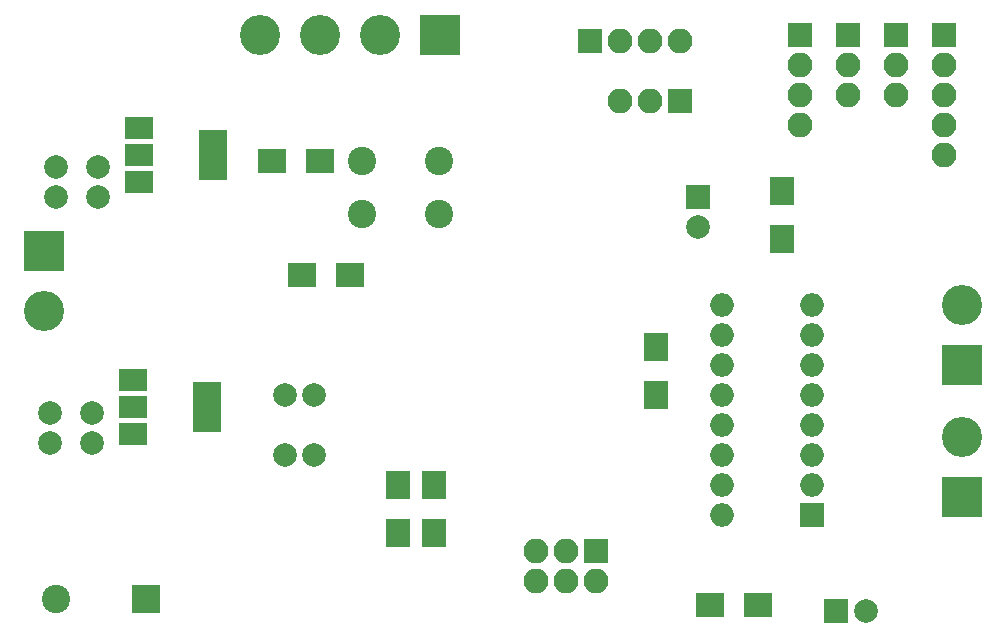
<source format=gbr>
G04 #@! TF.FileFunction,Soldermask,Bot*
%FSLAX46Y46*%
G04 Gerber Fmt 4.6, Leading zero omitted, Abs format (unit mm)*
G04 Created by KiCad (PCBNEW 4.0.7) date 06/25/19 19:36:16*
%MOMM*%
%LPD*%
G01*
G04 APERTURE LIST*
%ADD10C,0.100000*%
%ADD11C,3.400000*%
%ADD12R,3.400000X3.400000*%
%ADD13R,2.400000X2.400000*%
%ADD14C,2.400000*%
%ADD15C,2.000000*%
%ADD16R,2.400000X2.000000*%
%ADD17R,2.000000X2.400000*%
%ADD18R,2.000000X2.000000*%
%ADD19R,2.100000X2.100000*%
%ADD20O,2.100000X2.100000*%
%ADD21R,2.100000X2.400000*%
%ADD22R,2.400000X2.100000*%
%ADD23R,2.400000X4.200000*%
%ADD24R,2.400000X1.900000*%
%ADD25O,2.000000X2.000000*%
G04 APERTURE END LIST*
D10*
D11*
X134112000Y-80772000D03*
X129032000Y-80772000D03*
D12*
X139192000Y-80772000D03*
D11*
X123952000Y-80772000D03*
D13*
X114300000Y-128524000D03*
D14*
X106700000Y-128524000D03*
D15*
X106172000Y-112776000D03*
X106172000Y-115276000D03*
X109728000Y-112776000D03*
X109728000Y-115276000D03*
D16*
X127540000Y-101092000D03*
X131540000Y-101092000D03*
D17*
X157480000Y-107220000D03*
X157480000Y-111220000D03*
D18*
X172720000Y-129540000D03*
D15*
X175220000Y-129540000D03*
D18*
X161036000Y-94488000D03*
D15*
X161036000Y-96988000D03*
D16*
X162084000Y-129032000D03*
X166084000Y-129032000D03*
D17*
X168148000Y-94012000D03*
X168148000Y-98012000D03*
D15*
X128524000Y-111252000D03*
X126024000Y-111252000D03*
X106680000Y-91948000D03*
X106680000Y-94448000D03*
X110236000Y-91948000D03*
X110236000Y-94448000D03*
X128524000Y-116332000D03*
X126024000Y-116332000D03*
D12*
X105664000Y-99060000D03*
D11*
X105664000Y-104140000D03*
D19*
X169672000Y-80772000D03*
D20*
X169672000Y-83312000D03*
X169672000Y-85852000D03*
X169672000Y-88392000D03*
D19*
X177800000Y-80772000D03*
D20*
X177800000Y-83312000D03*
X177800000Y-85852000D03*
D19*
X173736000Y-80772000D03*
D20*
X173736000Y-83312000D03*
X173736000Y-85852000D03*
D19*
X181864000Y-80772000D03*
D20*
X181864000Y-83312000D03*
X181864000Y-85852000D03*
X181864000Y-88392000D03*
X181864000Y-90932000D03*
D12*
X183388000Y-108712000D03*
D11*
X183388000Y-103632000D03*
D12*
X183388000Y-119888000D03*
D11*
X183388000Y-114808000D03*
D19*
X152400000Y-124460000D03*
D20*
X152400000Y-127000000D03*
X149860000Y-124460000D03*
X149860000Y-127000000D03*
X147320000Y-124460000D03*
X147320000Y-127000000D03*
D19*
X151892000Y-81280000D03*
D20*
X154432000Y-81280000D03*
X156972000Y-81280000D03*
X159512000Y-81280000D03*
D19*
X159512000Y-86360000D03*
D20*
X156972000Y-86360000D03*
X154432000Y-86360000D03*
D21*
X135636000Y-122904000D03*
X135636000Y-118904000D03*
X138684000Y-122904000D03*
X138684000Y-118904000D03*
D22*
X129000000Y-91440000D03*
X125000000Y-91440000D03*
D14*
X132588000Y-95940000D03*
X132588000Y-91440000D03*
X139088000Y-95940000D03*
X139088000Y-91440000D03*
D23*
X119482000Y-112268000D03*
D24*
X113182000Y-112268000D03*
X113182000Y-109968000D03*
X113182000Y-114568000D03*
D23*
X119990000Y-90932000D03*
D24*
X113690000Y-90932000D03*
X113690000Y-88632000D03*
X113690000Y-93232000D03*
D18*
X170688000Y-121412000D03*
D25*
X163068000Y-103632000D03*
X170688000Y-118872000D03*
X163068000Y-106172000D03*
X170688000Y-116332000D03*
X163068000Y-108712000D03*
X170688000Y-113792000D03*
X163068000Y-111252000D03*
X170688000Y-111252000D03*
X163068000Y-113792000D03*
X170688000Y-108712000D03*
X163068000Y-116332000D03*
X170688000Y-106172000D03*
X163068000Y-118872000D03*
X170688000Y-103632000D03*
X163068000Y-121412000D03*
M02*

</source>
